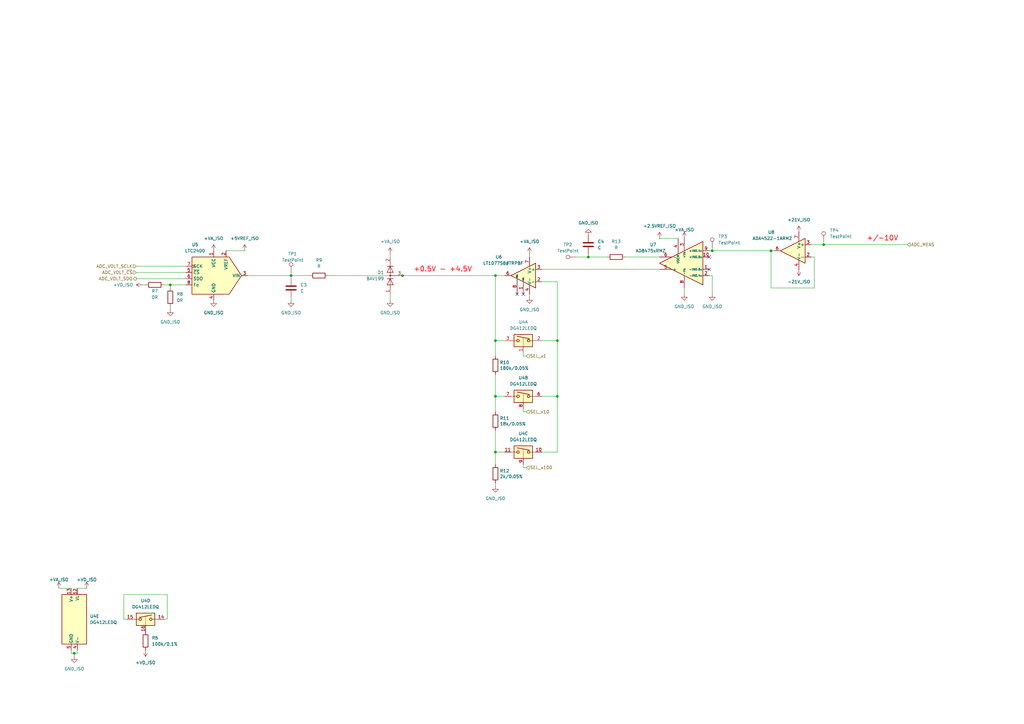
<source format=kicad_sch>
(kicad_sch (version 20250114) (generator "eeschema") (generator_version "9.0")
  (paper "A3")
  (lib_symbols
    (symbol "Amplifier_Difference:AD8475xRMZ" (pin_names (offset 0.254))
      (property "Reference" "U" (at 3.81 6.35 0))
      (property "Value" "AD8475xRMZ" (at 3.81 8.89 0))
      (symbol "AD8475xRMZ_0_1"
        (polyline (pts (xy -7.62 8.89) (xy -7.62 -8.89) (xy 10.16 0) (xy -7.62 8.89)) (stroke (width 0.254)) (fill (type background)))
      )
      (symbol "AD8475xRMZ_1_1"
        (pin input line (at -10.16 5.08 0) (length 2.54) (name "+IN0.4x") (number "9"))
        (pin input line (at -10.16 2.54 0) (length 2.54) (name "+IN0.8x") (number "10"))
        (pin input line (at -10.16 -2.54 0) (length 2.54) (name "-IN0.8x") (number "1"))
        (pin input line (at -10.16 -5.08 0) (length 2.54) (name "-IN0.4x") (number "2"))
        (pin no_connect line (at -7.62 -7.62 0) (length 2.54) (hide yes) (name "NC") (number "7"))
        (pin power_in line (at 0 10.16 270) (length 5.08) (name "+Vs") (number "3"))
        (pin power_in line (at 0 -10.16 90) (length 5.08) (name "-Vs") (number "8"))
        (pin power_in line (at 2.54 10.16 270) (length 6.35) (name "VOCM") (number "4"))
        (pin output line (at 10.16 2.54 180) (length 5.08) (name "-") (number "6"))
        (pin output line (at 10.16 -2.54 180) (length 5.08) (name "+") (number "5"))
      )
    )
    (symbol "Amplifier_Operational:ADA4522-1" (pin_names (offset 0.127))
      (property "Reference" "U" (at 0 6.35 0))
      (property "Value" "ADA4522-1" (at 0 3.81 0))
      (symbol "ADA4522-1_0_1"
        (polyline (pts (xy -5.08 5.08) (xy 5.08 0) (xy -5.08 -5.08) (xy -5.08 5.08)) (stroke (width 0.254)) (fill (type background)))
      )
      (symbol "ADA4522-1_1_1"
        (pin input line (at -7.62 2.54 0) (length 2.54) (name "+") (number "3"))
        (pin input line (at -7.62 -2.54 0) (length 2.54) (name "-") (number "2"))
        (pin power_in line (at -2.54 7.62 270) (length 3.81) (name "V+") (number "7"))
        (pin no_connect line (at -2.54 2.54 270) (length 2.54) (hide yes) (name "NC") (number "1"))
        (pin power_in line (at -2.54 -7.62 90) (length 3.81) (name "V-") (number "4"))
        (pin no_connect line (at 0 2.54 270) (length 2.54) (hide yes) (name "NC") (number "5"))
        (pin no_connect line (at 0 -2.54 90) (length 2.54) (hide yes) (name "NC") (number "8"))
        (pin output line (at 7.62 0 180) (length 2.54) (name "~") (number "6"))
      )
    )
    (symbol "Analog_Switch:DG412xUE" (pin_names (offset 0.254))
      (property "Reference" "U" (at -3.175 5.334 0))
      (property "Value" "DG412xUE" (at -3.175 3.556 0))
      (symbol "DG412xUE_1_1"
        (polyline (pts (xy -5.08 0) (xy -2.794 0)))
        (rectangle (start -3.81 2.54) (end 3.81 -2.54) (stroke (width 0.254)) (fill (type background)))
        (polyline (pts (xy -2.54 0.762) (xy 2.54 1.778)) (stroke (width 0.254)))
        (circle (center -2.159 0) (radius 0.508) (stroke (width 0.254)))
        (polyline (pts (xy 0 0.762) (xy 0 1.016)))
        (polyline (pts (xy 0 0.254) (xy 0 0.508)))
        (polyline (pts (xy 0 -0.254) (xy 0 0)))
        (polyline (pts (xy 0 -0.762) (xy 0 -0.508)))
        (polyline (pts (xy 0 -1.27) (xy 0 -1.016)))
        (polyline (pts (xy 0 -1.778) (xy 0 -1.524)))
        (polyline (pts (xy 0 -2.54) (xy 0 -2.032)))
        (circle (center 2.159 0) (radius 0.508) (stroke (width 0.254)))
        (polyline (pts (xy 5.08 0) (xy 2.794 0)))
        (pin passive line (at -7.62 0 0) (length 2.54) (name "~") (number "2"))
        (pin input line (at 0 -5.08 90) (length 2.54) (name "~") (number "1"))
        (pin passive line (at 7.62 0 180) (length 2.54) (name "~") (number "3"))
      )
      (symbol "DG412xUE_2_1"
        (polyline (pts (xy -5.08 0) (xy -2.794 0)))
        (rectangle (start -3.81 2.54) (end 3.81 -2.54) (stroke (width 0.254)) (fill (type background)))
        (polyline (pts (xy -2.54 0.762) (xy 2.54 1.778)) (stroke (width 0.254)))
        (circle (center -2.159 0) (radius 0.508) (stroke (width 0.254)))
        (polyline (pts (xy 0 0.762) (xy 0 1.016)))
        (polyline (pts (xy 0 0.254) (xy 0 0.508)))
        (polyline (pts (xy 0 -0.254) (xy 0 0)))
        (polyline (pts (xy 0 -0.762) (xy 0 -0.508)))
        (polyline (pts (xy 0 -1.27) (xy 0 -1.016)))
        (polyline (pts (xy 0 -1.778) (xy 0 -1.524)))
        (polyline (pts (xy 0 -2.54) (xy 0 -2.032)))
        (circle (center 2.159 0) (radius 0.508) (stroke (width 0.254)))
        (polyline (pts (xy 5.08 0) (xy 2.794 0)))
        (pin passive line (at -7.62 0 0) (length 2.54) (name "~") (number "6"))
        (pin input line (at 0 -5.08 90) (length 2.54) (name "~") (number "8"))
        (pin passive line (at 7.62 0 180) (length 2.54) (name "~") (number "7"))
      )
      (symbol "DG412xUE_3_1"
        (polyline (pts (xy -5.08 0) (xy -2.794 0)))
        (rectangle (start -3.81 2.54) (end 3.81 -2.54) (stroke (width 0.254)) (fill (type background)))
        (polyline (pts (xy -2.54 0.762) (xy 2.54 1.778)) (stroke (width 0.254)))
        (circle (center -2.159 0) (radius 0.508) (stroke (width 0.254)))
        (polyline (pts (xy 0 0.762) (xy 0 1.016)))
        (polyline (pts (xy 0 0.254) (xy 0 0.508)))
        (polyline (pts (xy 0 -0.254) (xy 0 0)))
        (polyline (pts (xy 0 -0.762) (xy 0 -0.508)))
        (polyline (pts (xy 0 -1.27) (xy 0 -1.016)))
        (polyline (pts (xy 0 -1.778) (xy 0 -1.524)))
        (polyline (pts (xy 0 -2.54) (xy 0 -2.032)))
        (circle (center 2.159 0) (radius 0.508) (stroke (width 0.254)))
        (polyline (pts (xy 5.08 0) (xy 2.794 0)))
        (pin passive line (at -7.62 0 0) (length 2.54) (name "~") (number "10"))
        (pin input line (at 0 -5.08 90) (length 2.54) (name "~") (number "9"))
        (pin passive line (at 7.62 0 180) (length 2.54) (name "~") (number "11"))
      )
      (symbol "DG412xUE_4_1"
        (polyline (pts (xy -5.08 0) (xy -2.794 0)))
        (rectangle (start -3.81 2.54) (end 3.81 -2.54) (stroke (width 0.254)) (fill (type background)))
        (polyline (pts (xy -2.54 0.762) (xy 2.54 1.778)) (stroke (width 0.254)))
        (circle (center -2.159 0) (radius 0.508) (stroke (width 0.254)))
        (polyline (pts (xy 0 0.762) (xy 0 1.016)))
        (polyline (pts (xy 0 0.254) (xy 0 0.508)))
        (polyline (pts (xy 0 -0.254) (xy 0 0)))
        (polyline (pts (xy 0 -0.762) (xy 0 -0.508)))
        (polyline (pts (xy 0 -1.27) (xy 0 -1.016)))
        (polyline (pts (xy 0 -1.778) (xy 0 -1.524)))
        (polyline (pts (xy 0 -2.54) (xy 0 -2.032)))
        (circle (center 2.159 0) (radius 0.508) (stroke (width 0.254)))
        (polyline (pts (xy 5.08 0) (xy 2.794 0)))
        (pin passive line (at -7.62 0 0) (length 2.54) (name "~") (number "15"))
        (pin input line (at 0 -5.08 90) (length 2.54) (name "~") (number "16"))
        (pin passive line (at 7.62 0 180) (length 2.54) (name "~") (number "14"))
      )
      (symbol "DG412xUE_5_0"
        (pin power_in line (at 0 12.7 270) (length 2.54) (name "V+") (number "13"))
        (pin power_in line (at 0 -12.7 90) (length 2.54) (name "GND") (number "5"))
        (pin power_in line (at 2.54 12.7 270) (length 2.54) (name "VL") (number "12"))
        (pin power_in line (at 2.54 -12.7 90) (length 2.54) (name "V-") (number "4"))
      )
      (symbol "DG412xUE_5_1"
        (rectangle (start -3.81 10.16) (end 6.35 -10.16) (stroke (width 0.254)) (fill (type background)))
      )
    )
    (symbol "Connector:TestPoint" (pin_numbers (hide yes)) (pin_names (offset 0.762) (hide yes))
      (property "Reference" "TP" (at 0 6.858 0))
      (property "Value" "TestPoint" (at 0 5.08 0))
      (symbol "TestPoint_0_1"
        (circle (center 0 3.302) (radius 0.762))
      )
      (symbol "TestPoint_1_1"
        (pin passive line (at 0 0 90) (length 2.54) (name "1") (number "1"))
      )
    )
    (symbol "Device:C" (pin_numbers (hide yes)) (pin_names (offset 0.254))
      (property "Reference" "C" (at 0.635 2.54 0))
      (property "Value" "C" (at 0.635 -2.54 0))
      (symbol "C_0_1"
        (polyline (pts (xy -2.032 0.762) (xy 2.032 0.762)) (stroke (width 0.508)))
        (polyline (pts (xy -2.032 -0.762) (xy 2.032 -0.762)) (stroke (width 0.508)))
      )
      (symbol "C_1_1"
        (pin passive line (at 0 3.81 270) (length 2.794) (name "~") (number "1"))
        (pin passive line (at 0 -3.81 90) (length 2.794) (name "~") (number "2"))
      )
    )
    (symbol "Device:R" (pin_numbers (hide yes)) (pin_names (offset 0))
      (property "Reference" "R" (at 2.032 0 90))
      (property "Value" "R" (at 0 0 90))
      (symbol "R_0_1"
        (rectangle (start -1.016 -2.54) (end 1.016 2.54) (stroke (width 0.254)))
      )
      (symbol "R_1_1"
        (pin passive line (at 0 3.81 270) (length 1.27) (name "~") (number "1"))
        (pin passive line (at 0 -3.81 90) (length 1.27) (name "~") (number "2"))
      )
    )
    (symbol "Diode:BAV99" (pin_names (hide yes))
      (property "Reference" "D" (at 0 5.08 0))
      (property "Value" "BAV99" (at 0 2.54 0))
      (symbol "BAV99_0_1"
        (polyline (pts (xy -5.08 0) (xy 5.08 0)))
      )
      (symbol "BAV99_1_1"
        (polyline (pts (xy -3.81 1.27) (xy -1.27 0) (xy -3.81 -1.27) (xy -3.81 1.27) (xy -3.81 1.27) (xy -3.81 1.27)) (stroke (width 0.2032)))
        (polyline (pts (xy -1.27 -1.27) (xy -1.27 1.27) (xy -1.27 1.27)) (stroke (width 0.2032)))
        (polyline (pts (xy 0 0) (xy 0 -2.54)))
        (circle (center 0 0) (radius 0.254) (fill (type outline)))
        (polyline (pts (xy 1.27 1.27) (xy 3.81 0) (xy 1.27 -1.27) (xy 1.27 1.27) (xy 1.27 1.27) (xy 1.27 1.27)) (stroke (width 0.2032)))
        (polyline (pts (xy 3.81 1.27) (xy 3.81 -1.27) (xy 3.81 -1.27)) (stroke (width 0.2032)))
        (pin passive line (at -7.62 0 0) (length 2.54) (name "K") (number "1"))
        (pin passive line (at 0 -5.08 90) (length 2.54) (name "K") (number "3"))
        (pin passive line (at 7.62 0 180) (length 2.54) (name "A") (number "2"))
      )
    )
    (symbol "ETH1CVOLT_A:+21V_ISO" (power) (pin_numbers (hide yes)) (pin_names (offset 0) (hide yes))
      (property "Value" "+21V_ISO" (at 0 3.556 0))
      (symbol "+21V_ISO_0_1"
        (polyline (pts (xy -0.762 1.27) (xy 0 2.54)))
        (polyline (pts (xy 0 2.54) (xy 0.762 1.27)))
        (polyline (pts (xy 0 0) (xy 0 2.54)))
      )
      (symbol "+21V_ISO_1_1"
        (pin power_in line (at 0 0 90) (length 0) (name "~") (number "1"))
      )
    )
    (symbol "ETH1CVOLT_A:+VA_ISO" (power) (pin_numbers (hide yes)) (pin_names (offset 0) (hide yes))
      (property "Value" "+VA_ISO" (at 0 3.556 0))
      (symbol "+VA_ISO_0_1"
        (polyline (pts (xy -0.762 1.27) (xy 0 2.54)))
        (polyline (pts (xy 0 2.54) (xy 0.762 1.27)))
        (polyline (pts (xy 0 0) (xy 0 2.54)))
      )
      (symbol "+VA_ISO_1_1"
        (pin power_in line (at 0 0 90) (length 0) (name "~") (number "1"))
      )
    )
    (symbol "ETH1CVOLT_A:+VD_ISO" (power) (pin_numbers (hide yes)) (pin_names (offset 0) (hide yes))
      (property "Value" "+VD_ISO" (at 0 3.556 0))
      (symbol "+VD_ISO_0_1"
        (polyline (pts (xy -0.762 1.27) (xy 0 2.54)))
        (polyline (pts (xy 0 2.54) (xy 0.762 1.27)))
        (polyline (pts (xy 0 0) (xy 0 2.54)))
      )
      (symbol "+VD_ISO_1_1"
        (pin power_in line (at 0 0 90) (length 0) (name "~") (number "1"))
      )
    )
    (symbol "ETH1CVOLT_A:-21V_ISO" (power) (pin_numbers (hide yes)) (pin_names (offset 0) (hide yes))
      (property "Value" "-21V_ISO" (at 0 3.556 0))
      (symbol "-21V_ISO_0_1"
        (polyline (pts (xy -0.762 1.27) (xy 0 2.54)))
        (polyline (pts (xy 0 2.54) (xy 0.762 1.27)))
        (polyline (pts (xy 0 0) (xy 0 2.54)))
      )
      (symbol "-21V_ISO_1_1"
        (pin power_in line (at 0 0 90) (length 0) (name "~") (number "1"))
      )
    )
    (symbol "ETH1CVOLT_A:GND_ISO" (power) (pin_numbers (hide yes)) (pin_names (offset 0) (hide yes))
      (property "Value" "GND_ISO" (at 0 -3.81 0))
      (symbol "GND_ISO_0_1"
        (polyline (pts (xy 0 0) (xy 0 -1.27) (xy 1.27 -1.27) (xy 0 -2.54) (xy -1.27 -1.27) (xy 0 -1.27)))
      )
      (symbol "GND_ISO_1_1"
        (pin power_in line (at 0 0 270) (length 0) (name "~") (number "1"))
      )
    )
    (symbol "ETH1CVOLT_B:+2.5VREF_ISO" (power) (pin_numbers (hide yes)) (pin_names (offset 0) (hide yes))
      (property "Value" "+2.5VREF_ISO" (at 0 3.556 0))
      (symbol "+2.5VREF_ISO_0_1"
        (polyline (pts (xy -0.762 1.27) (xy 0 2.54)))
        (polyline (pts (xy 0 2.54) (xy 0.762 1.27)))
        (polyline (pts (xy 0 0) (xy 0 2.54)))
      )
      (symbol "+2.5VREF_ISO_1_1"
        (pin power_in line (at 0 0 90) (length 0) (name "~") (number "1"))
      )
    )
    (symbol "ETH1CVOLT_B:+5VREF_ISO" (power) (pin_numbers (hide yes)) (pin_names (offset 0) (hide yes))
      (property "Value" "+5VREF_ISO" (at 0 3.556 0))
      (symbol "+5VREF_ISO_0_1"
        (polyline (pts (xy -0.762 1.27) (xy 0 2.54)))
        (polyline (pts (xy 0 2.54) (xy 0.762 1.27)))
        (polyline (pts (xy 0 0) (xy 0 2.54)))
      )
      (symbol "+5VREF_ISO_1_1"
        (pin power_in line (at 0 0 90) (length 0) (name "~") (number "1"))
      )
    )
    (symbol "ETH1CVOLT_B:LT1077S8#TRPBF" (pin_names (offset 0.127))
      (property "Reference" "U" (at 1.27 6.35 0))
      (property "Value" "LT1077S8#TRPBF" (at 1.27 3.81 0))
      (symbol "LT1077S8#TRPBF_0_1"
        (polyline (pts (xy -5.08 5.08) (xy 5.08 0) (xy -5.08 -5.08) (xy -5.08 5.08)) (stroke (width 0.254)) (fill (type background)))
      )
      (symbol "LT1077S8#TRPBF_1_1"
        (pin input line (at -7.62 2.54 0) (length 2.54) (name "+") (number "3"))
        (pin input line (at -7.62 -2.54 0) (length 2.54) (name "-") (number "2"))
        (pin power_in line (at -2.54 7.62 270) (length 3.81) (name "V+") (number "7"))
        (pin power_in line (at -2.54 -7.62 90) (length 3.81) (name "V-") (number "4"))
        (pin no_connect line (at 0 2.54 270) (length 2.54) (hide yes) (name "NC") (number "5"))
        (pin input line (at 0 -7.62 90) (length 5.08) (name "VOS") (number "1"))
        (pin input line (at 2.54 -7.62 90) (length 6.35) (name "VOS") (number "8"))
        (pin output line (at 7.62 0 180) (length 2.54) (name "~") (number "6"))
      )
    )
    (symbol "ETH1CVOLT_B:LTC2400"
      (property "Reference" "U" (at -10.16 8.89 0))
      (property "Value" "LTC2400" (at 7.62 8.89 0))
      (symbol "LTC2400_1_1"
        (polyline (pts (xy -6.35 7.62) (xy 0 7.62) (xy 8.89 7.62) (xy 8.89 -7.62) (xy -6.35 -7.62) (xy -11.43 0) (xy -6.35 7.62)) (stroke (width 0.254)) (fill (type background)))
        (pin input line (at -13.97 0 0) (length 2.54) (name "VIN") (number "3"))
        (pin input line (at -5.08 10.16 270) (length 2.54) (name "VREF") (number "2"))
        (pin power_in line (at 0 10.16 270) (length 2.54) (name "VCC") (number "1"))
        (pin passive line (at 0 -10.16 90) (length 2.54) (name "GND") (number "4"))
        (pin output clock (at 11.43 3.81 180) (length 2.54) (name "SCK") (number "7"))
        (pin input line (at 11.43 1.27 180) (length 2.54) (name "~{CS}") (number "5"))
        (pin output line (at 11.43 -1.27 180) (length 2.54) (name "SDO") (number "6"))
        (pin input line (at 11.43 -3.81 180) (length 2.54) (name "Fo") (number "8"))
      )
    )
  )
  (text "+/-10V" (at 361.95 97.79 0) (effects (font (size 2.032 2.032) (thickness 0.254) (bold yes))))
  (text "+0.5V - +4.5V" (at 181.61 110.49 0) (effects (font (size 2.032 2.032) (thickness 0.254) (bold yes))))
  (junction (at 316.23 102.87))
  (junction (at 165.1 113.03))
  (junction (at 228.6 162.56))
  (junction (at 241.3 105.41))
  (junction (at 203.2 113.03))
  (junction (at 203.2 162.56))
  (junction (at 69.85 116.84))
  (junction (at 119.38 113.03))
  (junction (at 337.82 100.33))
  (junction (at 228.6 139.7))
  (junction (at 30.48 267.97))
  (junction (at 203.2 139.7))
  (junction (at 203.2 185.42))
  (junction (at 292.1 102.87))
  (no_connect (at 290.83 110.49))
  (no_connect (at 212.09 120.65))
  (no_connect (at 214.63 120.65))
  (no_connect (at 290.83 105.41))
  (wire (pts (xy 290.83 102.87) (xy 292.1 102.87)))
  (wire (pts (xy 203.2 185.42) (xy 203.2 190.5)))
  (wire (pts (xy 203.2 139.7) (xy 203.2 146.05)))
  (wire (pts (xy 101.6 113.03) (xy 119.38 113.03)))
  (wire (pts (xy 69.85 125.73) (xy 69.85 127)))
  (wire (pts (xy 100.33 102.87) (xy 92.71 102.87)))
  (wire (pts (xy 127 113.03) (xy 119.38 113.03)))
  (wire (pts (xy 292.1 113.03) (xy 290.83 113.03)))
  (wire (pts (xy 30.48 267.97) (xy 30.48 269.24)))
  (wire (pts (xy 29.21 267.97) (xy 30.48 267.97)))
  (wire (pts (xy 31.75 241.3) (xy 35.56 241.3)))
  (wire (pts (xy 256.54 105.41) (xy 270.51 105.41)))
  (wire (pts (xy 222.25 115.57) (xy 228.6 115.57)))
  (wire (pts (xy 203.2 162.56) (xy 207.01 162.56)))
  (wire (pts (xy 55.88 114.3) (xy 76.2 114.3)))
  (wire (pts (xy 203.2 153.67) (xy 203.2 162.56)))
  (wire (pts (xy 30.48 267.97) (xy 31.75 267.97)))
  (wire (pts (xy 228.6 185.42) (xy 228.6 162.56)))
  (wire (pts (xy 214.63 190.5) (xy 214.63 191.77)))
  (wire (pts (xy 217.17 120.65) (xy 217.17 121.92)))
  (wire (pts (xy 160.02 104.14) (xy 160.02 105.41)))
  (wire (pts (xy 214.63 146.05) (xy 215.9 146.05)))
  (wire (pts (xy 337.82 100.33) (xy 372.11 100.33)))
  (wire (pts (xy 203.2 198.12) (xy 203.2 199.39)))
  (wire (pts (xy 214.63 167.64) (xy 214.63 168.91)))
  (wire (pts (xy 165.1 113.03) (xy 203.2 113.03)))
  (wire (pts (xy 50.8 254) (xy 50.8 243.84)))
  (wire (pts (xy 270.51 97.79) (xy 278.13 97.79)))
  (wire (pts (xy 68.58 243.84) (xy 68.58 254)))
  (wire (pts (xy 334.01 105.41) (xy 334.01 118.11)))
  (wire (pts (xy 316.23 118.11) (xy 316.23 102.87)))
  (wire (pts (xy 24.13 241.3) (xy 29.21 241.3)))
  (wire (pts (xy 203.2 139.7) (xy 207.01 139.7)))
  (wire (pts (xy 214.63 168.91) (xy 215.9 168.91)))
  (wire (pts (xy 55.88 111.76) (xy 76.2 111.76)))
  (wire (pts (xy 332.74 105.41) (xy 334.01 105.41)))
  (wire (pts (xy 119.38 113.03) (xy 119.38 114.3)))
  (wire (pts (xy 68.58 254) (xy 67.31 254)))
  (wire (pts (xy 31.75 266.7) (xy 31.75 267.97)))
  (wire (pts (xy 55.88 109.22) (xy 76.2 109.22)))
  (wire (pts (xy 228.6 162.56) (xy 228.6 139.7)))
  (wire (pts (xy 214.63 144.78) (xy 214.63 146.05)))
  (wire (pts (xy 332.74 100.33) (xy 337.82 100.33)))
  (wire (pts (xy 222.25 110.49) (xy 270.51 110.49)))
  (wire (pts (xy 222.25 162.56) (xy 228.6 162.56)))
  (wire (pts (xy 222.25 139.7) (xy 228.6 139.7)))
  (wire (pts (xy 58.42 116.84) (xy 59.69 116.84)))
  (wire (pts (xy 203.2 113.03) (xy 203.2 139.7)))
  (wire (pts (xy 69.85 116.84) (xy 76.2 116.84)))
  (wire (pts (xy 29.21 266.7) (xy 29.21 267.97)))
  (wire (pts (xy 222.25 185.42) (xy 228.6 185.42)))
  (wire (pts (xy 214.63 191.77) (xy 215.9 191.77)))
  (wire (pts (xy 119.38 123.19) (xy 119.38 121.92)))
  (wire (pts (xy 316.23 102.87) (xy 317.5 102.87)))
  (wire (pts (xy 69.85 116.84) (xy 69.85 118.11)))
  (wire (pts (xy 134.62 113.03) (xy 165.1 113.03)))
  (wire (pts (xy 160.02 123.19) (xy 160.02 120.65)))
  (wire (pts (xy 203.2 113.03) (xy 207.01 113.03)))
  (wire (pts (xy 337.82 99.06) (xy 337.82 100.33)))
  (wire (pts (xy 50.8 243.84) (xy 68.58 243.84)))
  (wire (pts (xy 217.17 104.14) (xy 217.17 105.41)))
  (wire (pts (xy 292.1 120.65) (xy 292.1 113.03)))
  (wire (pts (xy 292.1 102.87) (xy 316.23 102.87)))
  (wire (pts (xy 228.6 139.7) (xy 228.6 115.57)))
  (wire (pts (xy 334.01 118.11) (xy 316.23 118.11)))
  (wire (pts (xy 292.1 101.6) (xy 292.1 102.87)))
  (wire (pts (xy 203.2 185.42) (xy 207.01 185.42)))
  (wire (pts (xy 203.2 176.53) (xy 203.2 185.42)))
  (wire (pts (xy 67.31 116.84) (xy 69.85 116.84)))
  (wire (pts (xy 119.38 111.76) (xy 119.38 113.03)))
  (wire (pts (xy 236.22 105.41) (xy 241.3 105.41)))
  (wire (pts (xy 52.07 254) (xy 50.8 254)))
  (wire (pts (xy 248.92 105.41) (xy 241.3 105.41)))
  (wire (pts (xy 280.67 120.65) (xy 280.67 118.11)))
  (wire (pts (xy 241.3 104.14) (xy 241.3 105.41)))
  (wire (pts (xy 203.2 162.56) (xy 203.2 168.91)))
  (hierarchical_label "ADC_VOLT_SCLK" (shape input) (at 55.88 109.22 180))
  (hierarchical_label "ADC_VOLT_SDO" (shape output) (at 55.88 114.3 180))
  (hierarchical_label "SEL_x100" (shape input) (at 215.9 191.77 0))
  (hierarchical_label "SEL_x1" (shape input) (at 215.9 146.05 0))
  (hierarchical_label "SEL_x10" (shape input) (at 215.9 168.91 0))
  (hierarchical_label "ADC_VOLT_~{CS}" (shape input) (at 55.88 111.76 180))
  (hierarchical_label "ADC_MEAS" (shape input) (at 372.11 100.33 0))
  (symbol (lib_id "ETH1CVOLT_A:GND_ISO") (at 30.48 269.24 0) (unit 1)
    (property "Reference" "#PWR016" (effects (hide yes)))
    (property "Value" "GND_ISO" (at 30.48 274.32 0))
    (property "Description" "Power symbol creates a global label with name \"GND\" , ground" (effects (hide yes)))
  )
  (symbol (lib_id "ETH1CVOLT_B:LTC2400") (at 87.63 113.03 0) (mirror y) (unit 1)
    (property "Reference" "U5" (at 80.01 100.33 0))
    (property "Value" "LTC2400" (at 80.01 102.87 0))
    (property "Footprint" "Package_SO:SOIC-8_3.9x4.9mm_P1.27mm" (effects (hide yes)))
    (property "Datasheet" "https://www.analog.com/media/en/technical-documentation/data-sheets/2400fa.pdf" (effects (hide yes)))
    (property "Description" "24-Bit μPower No Latency ∆ΣTM ADC in SO-8" (effects (hide yes)))
  )
  (symbol (lib_id "ETH1CVOLT_A:-21V_ISO") (at 327.66 110.49 180) (unit 1)
    (property "Reference" "#PWR036" (effects (hide yes)))
    (property "Value" "-21V_ISO" (at 327.66 115.57 0))
    (property "Description" "Power symbol" (effects (hide yes)))
  )
  (symbol (lib_id "Device:R") (at 203.2 172.72 0) (unit 1)
    (property "Reference" "R11" (at 204.978 171.5516 0) (effects (justify left)))
    (property "Value" "18k/0.05%" (at 204.978 173.863 0) (effects (justify left)))
    (property "Footprint" "Resistor_SMD:R_0603_1608Metric_Pad0.98x0.95mm_HandSolder" (effects (hide yes)))
  )
  (symbol (lib_id "Connector:TestPoint") (at 119.38 111.76 0) (unit 1)
    (property "Reference" "TP1" (at 118.11 104.14 0) (effects (justify left)))
    (property "Value" "TestPoint" (at 115.57 106.68 0) (effects (justify left)))
    (property "Footprint" "TestPoint:TestPoint_Pad_D1.5mm" (effects (hide yes)))
    (property "Description" "test point" (effects (hide yes)))
  )
  (symbol (lib_id "ETH1CVOLT_A:+VD_ISO") (at 35.56 241.3 0) (unit 1)
    (property "Reference" "#PWR017" (effects (hide yes)))
    (property "Value" "+VD_ISO" (at 35.56 237.744 0))
    (property "Description" "Power symbol" (effects (hide yes)))
  )
  (symbol (lib_id "Connector:TestPoint") (at 292.1 101.6 0) (unit 1)
    (property "Reference" "TP3" (at 294.64 97.0279 0) (effects (justify left)))
    (property "Value" "TestPoint" (at 294.64 99.5679 0) (effects (justify left)))
    (property "Footprint" "TestPoint:TestPoint_Pad_D1.5mm" (effects (hide yes)))
    (property "Description" "test point" (effects (hide yes)))
  )
  (symbol (lib_id "ETH1CVOLT_A:+VA_ISO") (at 280.67 97.79 0) (unit 1)
    (property "Reference" "#PWR032" (effects (hide yes)))
    (property "Value" "+VA_ISO" (at 280.67 94.234 0))
    (property "Description" "Power symbol" (effects (hide yes)))
  )
  (symbol (lib_id "ETH1CVOLT_B:LT1077S8#TRPBF") (at 214.63 113.03 0) (mirror y) (unit 1)
    (property "Reference" "U6" (at 203.2 105.41 0) (effects (justify right)))
    (property "Value" "LT1077S8#TRPBF" (at 198.12 107.95 0) (effects (justify right)))
    (property "Footprint" "Package_SO:SOIC-8_3.9x4.9mm_P1.27mm" (effects (hide yes)))
    (property "Datasheet" "https://www.analog.com/media/en/technical-documentation/data-sheets/1077fa.pdf" (effects (hide yes)))
    (property "Description" "Micropower, Single Supply, Precision Op Amp" (effects (hide yes)))
  )
  (symbol (lib_id "Analog_Switch:DG412xUE") (at 214.63 162.56 0) (mirror y) (unit 2)
    (property "Reference" "U4" (at 214.63 154.94 0))
    (property "Value" "DG412LEDQ" (at 214.63 157.48 0))
    (property "Footprint" "Package_SO:TSSOP-16_4.4x5mm_P0.65mm" (effects (hide yes)))
    (property "Datasheet" "https://www.vishay.com/docs/78091/dg411le.pdf" (effects (hide yes)))
    (property "Description" "Quad SPST Monolithic CMOS Analog Switches, normally OFF, 17Ohm Ron, TSSOP-16" (effects (hide yes)))
  )
  (symbol (lib_id "ETH1CVOLT_A:+VA_ISO") (at 87.63 102.87 0) (unit 1)
    (property "Reference" "#PWR021" (effects (hide yes)))
    (property "Value" "+VA_ISO" (at 87.63 97.79 0))
    (property "Description" "Power symbol" (effects (hide yes)))
  )
  (symbol (lib_id "Device:R") (at 59.69 262.89 180) (unit 1)
    (property "Reference" "R6" (at 62.23 261.6199 0) (effects (justify right)))
    (property "Value" "100k/0.1%" (at 62.23 264.1599 0) (effects (justify right)))
    (property "Footprint" "Resistor_SMD:R_0603_1608Metric_Pad0.98x0.95mm_HandSolder" (effects (hide yes)))
    (property "Description" "Resistor" (effects (hide yes)))
  )
  (symbol (lib_id "Analog_Switch:DG412xUE") (at 29.21 254 0) (unit 5)
    (property "Reference" "U4" (at 36.83 252.7299 0) (effects (justify left)))
    (property "Value" "DG412LEDQ" (at 36.83 255.2699 0) (effects (justify left)))
    (property "Footprint" "Package_SO:TSSOP-16_4.4x5mm_P0.65mm" (effects (hide yes)))
    (property "Datasheet" "https://www.vishay.com/docs/78091/dg411le.pdf" (effects (hide yes)))
    (property "Description" "Quad SPST Monolithic CMOS Analog Switches, normally OFF, 17Ohm Ron, TSSOP-16" (effects (hide yes)))
  )
  (symbol (lib_id "ETH1CVOLT_A:GND_ISO") (at 217.17 121.92 0) (unit 1)
    (property "Reference" "#PWR029" (effects (hide yes)))
    (property "Value" "GND_ISO" (at 217.17 127 0))
    (property "Description" "Power symbol creates a global label with name \"GND\" , ground" (effects (hide yes)))
  )
  (symbol (lib_id "Amplifier_Difference:AD8475xRMZ") (at 280.67 107.95 0) (mirror y) (unit 1)
    (property "Reference" "U7" (at 269.24 100.33 0) (effects (justify left)))
    (property "Value" "AD8475xRMZ" (at 273.05 102.87 0) (effects (justify left)))
    (property "Footprint" "Package_SO:MSOP-10_3x3mm_P0.5mm" (effects (hide yes)))
    (property "Datasheet" "https://www.analog.com/media/en/technical-documentation/data-sheets/AD8475.pdf" (effects (hide yes)))
    (property "Description" "Precision, Selectable Gain, Fully Differential Funnel Amplifier, MSOP-10" (effects (hide yes)))
  )
  (symbol (lib_id "Device:R") (at 63.5 116.84 90) (unit 1)
    (property "Reference" "R7" (at 63.5 119.38 90))
    (property "Value" "0R" (at 63.5 121.92 90))
    (property "Footprint" "Resistor_SMD:R_0603_1608Metric_Pad0.98x0.95mm_HandSolder" (effects (hide yes)))
    (property "Description" "Resistor" (effects (hide yes)))
  )
  (symbol (lib_id "Device:R") (at 203.2 149.86 0) (unit 1)
    (property "Reference" "R10" (at 204.978 148.6916 0) (effects (justify left)))
    (property "Value" "180k/0.05%" (at 204.978 151.003 0) (effects (justify left)))
    (property "Footprint" "Resistor_SMD:R_0603_1608Metric_Pad0.98x0.95mm_HandSolder" (effects (hide yes)))
  )
  (symbol (lib_id "ETH1CVOLT_A:GND_ISO") (at 292.1 120.65 0) (unit 1)
    (property "Reference" "#PWR034" (effects (hide yes)))
    (property "Value" "GND_ISO" (at 292.1 125.73 0))
    (property "Description" "Power symbol creates a global label with name \"GND\" , ground" (effects (hide yes)))
  )
  (symbol (lib_id "Connector:TestPoint") (at 337.82 99.06 0) (unit 1)
    (property "Reference" "TP4" (at 340.36 94.4879 0) (effects (justify left)))
    (property "Value" "TestPoint" (at 340.36 97.0279 0) (effects (justify left)))
    (property "Footprint" "TestPoint:TestPoint_Pad_D1.5mm" (effects (hide yes)))
    (property "Description" "test point" (effects (hide yes)))
  )
  (symbol (lib_id "Amplifier_Operational:ADA4522-1") (at 325.12 102.87 0) (mirror y) (unit 1)
    (property "Reference" "U8" (at 314.96 95.25 0) (effects (justify right)))
    (property "Value" "ADA4522-1ARMZ" (at 308.61 97.79 0) (effects (justify right)))
    (property "Footprint" "Package_SO:MSOP-8_3x3mm_P0.65mm" (effects (hide yes)))
    (property "Datasheet" "https://www.analog.com/media/en/technical-documentation/data-sheets/ada4522-1_4522-2_4522-4.pdf" (effects (hide yes)))
    (property "Description" "55 V supply, 5uV max Vos, 3MHz GBW, EMI Enhanced, Zero Drift, 5.8 nV/√Hz, RRO single operational amplifier" (effects (hide yes)))
  )
  (symbol (lib_id "ETH1CVOLT_A:+VA_ISO") (at 217.17 104.14 0) (unit 1)
    (property "Reference" "#PWR028" (effects (hide yes)))
    (property "Value" "+VA_ISO" (at 217.17 99.06 0))
    (property "Description" "Power symbol" (effects (hide yes)))
  )
  (symbol (lib_id "Connector:TestPoint") (at 236.22 105.41 90) (unit 1)
    (property "Reference" "TP2" (at 232.918 100.33 90))
    (property "Value" "TestPoint" (at 232.918 102.87 90))
    (property "Footprint" "TestPoint:TestPoint_Pad_D1.5mm" (effects (hide yes)))
    (property "Description" "test point" (effects (hide yes)))
  )
  (symbol (lib_id "ETH1CVOLT_B:+5VREF_ISO") (at 100.33 102.87 0) (unit 1)
    (property "Reference" "#PWR023" (effects (hide yes)))
    (property "Value" "+5VREF_ISO" (at 100.33 97.79 0))
    (property "Description" "Power symbol" (effects (hide yes)))
  )
  (symbol (lib_id "ETH1CVOLT_A:+VD_ISO") (at 58.42 116.84 90) (unit 1)
    (property "Reference" "#PWR018" (effects (hide yes)))
    (property "Value" "+VD_ISO" (at 54.61 116.8399 90) (effects (justify left)))
    (property "Description" "Power symbol" (effects (hide yes)))
  )
  (symbol (lib_id "ETH1CVOLT_A:GND_ISO") (at 69.85 127 0) (unit 1)
    (property "Reference" "#PWR020" (effects (hide yes)))
    (property "Value" "GND_ISO" (at 69.85 132.08 0))
    (property "Description" "Power symbol creates a global label with name \"GND\" , ground" (effects (hide yes)))
  )
  (symbol (lib_id "Analog_Switch:DG412xUE") (at 214.63 139.7 0) (mirror y) (unit 1)
    (property "Reference" "U4" (at 214.63 132.08 0))
    (property "Value" "DG412LEDQ" (at 214.63 134.62 0))
    (property "Footprint" "Package_SO:TSSOP-16_4.4x5mm_P0.65mm" (effects (hide yes)))
    (property "Datasheet" "https://www.vishay.com/docs/78091/dg411le.pdf" (effects (hide yes)))
    (property "Description" "Quad SPST Monolithic CMOS Analog Switches, normally OFF, 17Ohm Ron, TSSOP-16" (effects (hide yes)))
  )
  (symbol (lib_id "ETH1CVOLT_A:+21V_ISO") (at 327.66 95.25 0) (unit 1)
    (property "Reference" "#PWR035" (effects (hide yes)))
    (property "Value" "+21V_ISO" (at 327.66 90.17 0))
    (property "Description" "Power symbol" (effects (hide yes)))
  )
  (symbol (lib_id "ETH1CVOLT_A:GND_ISO") (at 87.63 123.19 0) (unit 1)
    (property "Reference" "#PWR022" (effects (hide yes)))
    (property "Value" "GND_ISO" (at 87.63 128.27 0))
    (property "Description" "Power symbol creates a global label with name \"GND\" , ground" (effects (hide yes)))
  )
  (symbol (lib_id "ETH1CVOLT_A:+VA_ISO") (at 24.13 241.3 0) (unit 1)
    (property "Reference" "#PWR015" (effects (hide yes)))
    (property "Value" "+VA_ISO" (at 24.13 237.744 0))
    (property "Description" "Power symbol" (effects (hide yes)))
  )
  (symbol (lib_id "Device:R") (at 203.2 194.31 0) (unit 1)
    (property "Reference" "R12" (at 204.978 193.1416 0) (effects (justify left)))
    (property "Value" "2k/0.05%" (at 204.978 195.453 0) (effects (justify left)))
    (property "Footprint" "Resistor_SMD:R_0603_1608Metric_Pad0.98x0.95mm_HandSolder" (effects (hide yes)))
  )
  (symbol (lib_id "Analog_Switch:DG412xUE") (at 214.63 185.42 0) (mirror y) (unit 3)
    (property "Reference" "U4" (at 214.63 177.8 0))
    (property "Value" "DG412LEDQ" (at 214.63 180.34 0))
    (property "Footprint" "Package_SO:TSSOP-16_4.4x5mm_P0.65mm" (effects (hide yes)))
    (property "Datasheet" "https://www.vishay.com/docs/78091/dg411le.pdf" (effects (hide yes)))
    (property "Description" "Quad SPST Monolithic CMOS Analog Switches, normally OFF, 17Ohm Ron, TSSOP-16" (effects (hide yes)))
  )
  (symbol (lib_id "Device:R") (at 252.73 105.41 90) (unit 1)
    (property "Reference" "R13" (at 252.73 99.06 90))
    (property "Value" "R" (at 252.73 101.6 90))
    (property "Footprint" "Resistor_SMD:R_0603_1608Metric_Pad0.98x0.95mm_HandSolder" (effects (hide yes)))
    (property "Description" "Resistor" (effects (hide yes)))
  )
  (symbol (lib_id "ETH1CVOLT_A:GND_ISO") (at 241.3 96.52 180) (unit 1)
    (property "Reference" "#PWR030" (effects (hide yes)))
    (property "Value" "GND_ISO" (at 241.3 91.44 0))
    (property "Description" "Power symbol creates a global label with name \"GND\" , ground" (effects (hide yes)))
  )
  (symbol (lib_id "Diode:BAV99") (at 160.02 113.03 90) (unit 1)
    (property "Reference" "D1" (at 157.48 111.7599 90) (effects (justify left)))
    (property "Value" "BAV199" (at 157.48 114.2999 90) (effects (justify left)))
    (property "Footprint" "Package_TO_SOT_SMD:SOT-23" (effects (hide yes)))
    (property "Datasheet" "https://assets.nexperia.com/documents/data-sheet/BAV99_SER.pdf" (effects (hide yes)))
    (property "Description" "BAV99 High-speed switching diodes, SOT-23" (effects (hide yes)))
  )
  (symbol (lib_id "ETH1CVOLT_A:GND_ISO") (at 280.67 120.65 0) (unit 1)
    (property "Reference" "#PWR033" (effects (hide yes)))
    (property "Value" "GND_ISO" (at 280.67 125.73 0))
    (property "Description" "Power symbol creates a global label with name \"GND\" , ground" (effects (hide yes)))
  )
  (symbol (lib_id "ETH1CVOLT_A:GND_ISO") (at 160.02 123.19 0) (unit 1)
    (property "Reference" "#PWR026" (effects (hide yes)))
    (property "Value" "GND_ISO" (at 160.02 128.27 0))
    (property "Description" "Power symbol creates a global label with name \"GND\" , ground" (effects (hide yes)))
  )
  (symbol (lib_id "Device:R") (at 130.81 113.03 90) (unit 1)
    (property "Reference" "R9" (at 130.81 106.68 90))
    (property "Value" "R" (at 130.81 109.22 90))
    (property "Footprint" "Resistor_SMD:R_0603_1608Metric_Pad0.98x0.95mm_HandSolder" (effects (hide yes)))
    (property "Description" "Resistor" (effects (hide yes)))
  )
  (symbol (lib_id "Device:C") (at 241.3 100.33 0) (unit 1)
    (property "Reference" "C4" (at 245.11 99.0599 0) (effects (justify left)))
    (property "Value" "C" (at 245.11 101.5999 0) (effects (justify left)))
    (property "Footprint" "Capacitor_SMD:C_0603_1608Metric_Pad1.08x0.95mm_HandSolder" (effects (hide yes)))
    (property "Description" "Unpolarized capacitor" (effects (hide yes)))
  )
  (symbol (lib_id "Device:C") (at 119.38 118.11 0) (unit 1)
    (property "Reference" "C3" (at 123.19 116.8399 0) (effects (justify left)))
    (property "Value" "C" (at 123.19 119.3799 0) (effects (justify left)))
    (property "Footprint" "Capacitor_SMD:C_0603_1608Metric_Pad1.08x0.95mm_HandSolder" (effects (hide yes)))
    (property "Description" "Unpolarized capacitor" (effects (hide yes)))
  )
  (symbol (lib_id "Analog_Switch:DG412xUE") (at 59.69 254 0) (unit 4)
    (property "Reference" "U4" (at 59.69 246.38 0))
    (property "Value" "DG412LEDQ" (at 59.69 248.92 0))
    (property "Footprint" "Package_SO:TSSOP-16_4.4x5mm_P0.65mm" (effects (hide yes)))
    (property "Datasheet" "https://www.vishay.com/docs/78091/dg411le.pdf" (effects (hide yes)))
    (property "Description" "Quad SPST Monolithic CMOS Analog Switches, normally OFF, 17Ohm Ron, TSSOP-16" (effects (hide yes)))
  )
  (symbol (lib_id "Device:R") (at 69.85 121.92 0) (unit 1)
    (property "Reference" "R8" (at 72.39 120.6499 0) (effects (justify left)))
    (property "Value" "0R" (at 72.39 123.1899 0) (effects (justify left)))
    (property "Footprint" "Resistor_SMD:R_0603_1608Metric_Pad0.98x0.95mm_HandSolder" (effects (hide yes)))
    (property "Description" "Resistor" (effects (hide yes)))
  )
  (symbol (lib_id "ETH1CVOLT_A:+VD_ISO") (at 59.69 266.7 180) (unit 1)
    (property "Reference" "#PWR019" (effects (hide yes)))
    (property "Value" "+VD_ISO" (at 59.69 271.78 0))
    (property "Description" "Power symbol" (effects (hide yes)))
  )
  (symbol (lib_id "ETH1CVOLT_A:+VA_ISO") (at 160.02 104.14 0) (unit 1)
    (property "Reference" "#PWR025" (effects (hide yes)))
    (property "Value" "+VA_ISO" (at 160.02 99.06 0))
    (property "Description" "Power symbol" (effects (hide yes)))
  )
  (symbol (lib_id "ETH1CVOLT_B:+2.5VREF_ISO") (at 270.51 97.79 0) (unit 1)
    (property "Reference" "#PWR031" (effects (hide yes)))
    (property "Value" "+2.5VREF_ISO" (at 270.51 92.71 0))
    (property "Description" "Power symbol" (effects (hide yes)))
  )
  (symbol (lib_id "ETH1CVOLT_A:GND_ISO") (at 203.2 199.39 0) (unit 1)
    (property "Reference" "#PWR027" (effects (hide yes)))
    (property "Value" "GND_ISO" (at 203.2 204.47 0))
    (property "Description" "Power symbol creates a global label with name \"GND\" , ground" (effects (hide yes)))
  )
  (symbol (lib_id "ETH1CVOLT_A:GND_ISO") (at 119.38 123.19 0) (unit 1)
    (property "Reference" "#PWR024" (effects (hide yes)))
    (property "Value" "GND_ISO" (at 119.38 128.27 0))
    (property "Description" "Power symbol creates a global label with name \"GND\" , ground" (effects (hide yes)))
  )
)
</source>
